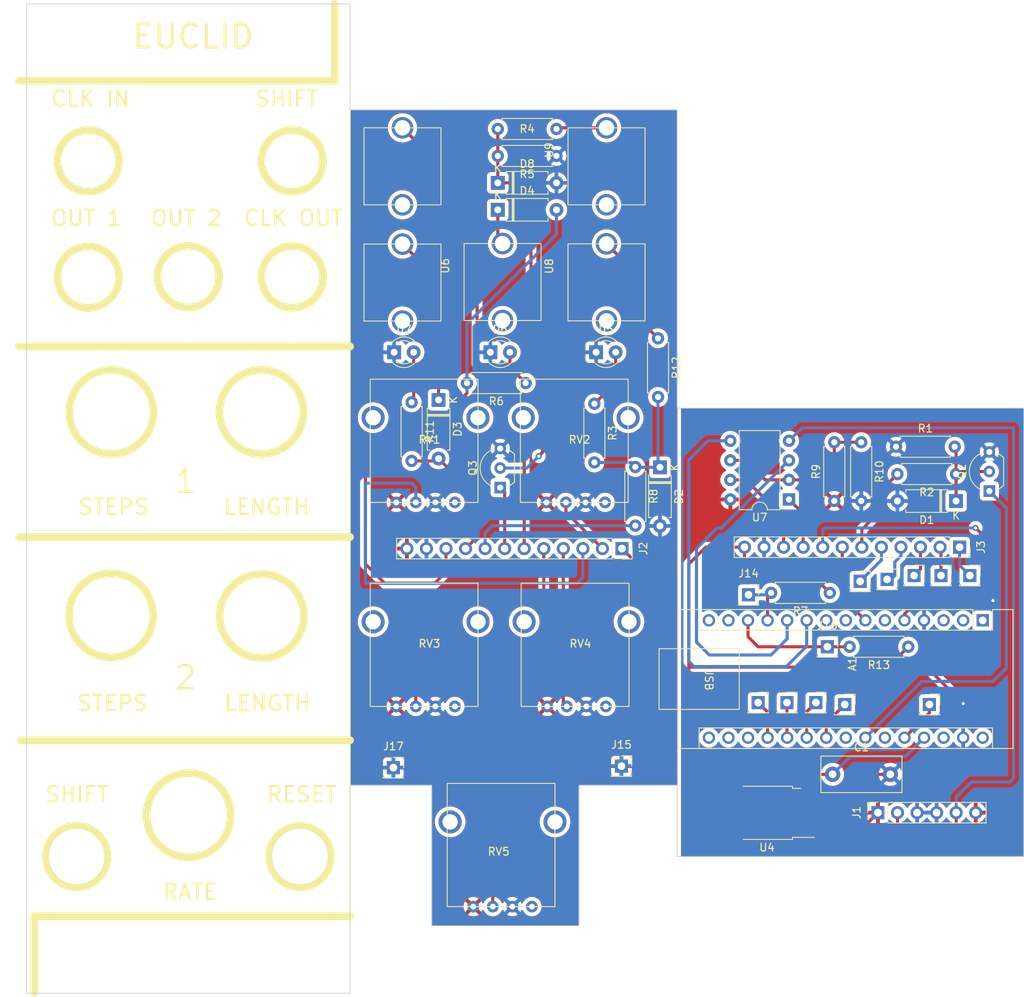
<source format=kicad_pcb>
(kicad_pcb (version 20221018) (generator pcbnew)
  (layers (0 "F.Cu" signal) (31 "B.Cu" signal) (34 "B.Paste" user) (35 "F.Paste" user) (36 "B.SilkS" user "B.Silkscreen") (37 "F.SilkS" user "F.Silkscreen") (38 "B.Mask" user) (39 "F.Mask" user) (44 "Edge.Cuts" user))
  (net 0 "")
  (net 4 "GND")
  (net 5 "CLKI")
  (net 6 "CLKO")
  (net 11 "L1")
  (net 12 "S1")
  (net 13 "L2")
  (net 14 "S2")
  (net 15 "CLKE")
  (net 18 "Net-(D1-K)")
  (net 19 "+12V")
  (net 20 "REF")
  (net 21 "+5V")
  (net 22 "Net-(D3-K)")
  (net 23 "O1")
  (net 24 "Net-(D4-K)")
  (net 25 "O2")
  (net 28 "Net-(D6-A)")
  (net 29 "Net-(D7-A)")
  (net 30 "Net-(D5-A)")
  (net 31 "Net-(D8-K)")
  (net 32 "Net-(R4-Pad2)")
  (net 33 "E1")
  (net 34 "-12V")
  (net 35 "E2")
  (net 36 "SHIFTIO")
  (net 39 "SHFT")
  (net 42 "Net-(D2-K)")
  (net 43 "Net-(R12-Pad1)")
  (net 44 "SHFT_BUTTON")
  (net 45 "RESET_BUTTON")
  (footprint "MountingHole:MountingHole_3.2mm_M3" (layer "F.Cu") (at 118.02 144.5 180)
    (fp_text reference "REF**" hide)
    (fp_text value "MountingHole_3.2mm_M3")
  )
  (footprint "LED_THT:LED_D3.0mm" (layer "F.Cu") (at 159.725 64.25)
    (fp_text reference "D7")
    (fp_text value "LED")
  )
  (footprint "LED_THT:LED_D3.0mm" (layer "F.Cu") (at 185.96 64.25)
    (fp_text reference "D5")
    (fp_text value "LED")
  )
  (footprint "Resistor_THT:R_Axial_DIN0207_L6.3mm_D2.5mm_P7.62mm_Horizontal" (layer "F.Cu") (at 226.5 102.5 180)
    (fp_text reference "R13")
    (fp_text value "10k")
  )
  (footprint "LED_THT:LED_D3.0mm" (layer "F.Cu") (at 172.225 64.25)
    (fp_text reference "D6")
    (fp_text value "LED")
  )
  (footprint "Library:3mm5 Mono Aux" (layer "F.Cu") (at 173.81 55.131351 90)
    (fp_text reference "U6")
    (fp_text value "Aux_flush")
  )
  (footprint "Resistor_THT:R_Axial_DIN0207_L6.3mm_D2.5mm_P7.62mm_Horizontal" (layer "F.Cu") (at 220.39 75.94 -90)
    (fp_text reference "R10")
    (fp_text value "R")
  )
  (footprint "Resistor_THT:R_Axial_DIN0207_L6.3mm_D2.5mm_P7.62mm_Horizontal" (layer "F.Cu") (at 162 70.75 -90)
    (fp_text reference "R11")
    (fp_text value "R")
  )
  (footprint "Connector_PinSocket_2.54mm:PinSocket_1x01_P2.54mm_Vertical" (layer "F.Cu") (at 220.25 94)
    (fp_text reference "J13" hide)
    (fp_text value "Conn_01x01_Pin")
  )
  (footprint "Resistor_THT:R_Axial_DIN0207_L6.3mm_D2.5mm_P7.62mm_Horizontal" (layer "F.Cu") (at 232.71 80.07 180)
    (fp_text reference "R2")
    (fp_text value "R")
  )
  (footprint "Resistor_THT:R_Axial_DIN0207_L6.3mm_D2.5mm_P7.62mm_Horizontal" (layer "F.Cu") (at 216.31 95.5 180)
    (fp_text reference "R7")
    (fp_text value "10k")
  )
  (footprint "MountingHole:MountingHole_6.4mm_M6" (layer "F.Cu") (at 147.5 129.75)
    (fp_text reference "REF**" hide)
    (fp_text value "MountingHole_6.4mm_M6")
  )
  (footprint "MountingHole:MountingHole_6.4mm_M6" (layer "F.Cu") (at 118.5 129.75)
    (fp_text reference "REF**" hide)
    (fp_text value "MountingHole_6.4mm_M6")
  )
  (footprint "Connector_PinSocket_2.54mm:PinSocket_1x01_P2.54mm_Vertical" (layer "F.Cu") (at 216 102.5)
    (fp_text reference "J16")
    (fp_text value "Conn_01x01_Pin")
  )
  (footprint "Diode_THT:D_A-405_P7.62mm_Horizontal" (layer "F.Cu") (at 165.5 70.44 -90)
    (fp_text reference "D3")
    (fp_text value "D")
  )
  (footprint "MountingHole:MountingHole_3.2mm_M3" (layer "F.Cu") (at 133 61)
    (fp_text reference "REF**" hide)
    (fp_text value "MountingHole_3.2mm_M3")
  )
  (footprint "clipboard:437833e9-5438-46f9-881f-a582d541feb4" (layer "F.Cu") (at 123 62.4875)
    (fp_text reference "")
    (fp_text value "")
  )
  (footprint "Diode_THT:D_A-405_P7.62mm_Horizontal" (layer "F.Cu") (at 173.19 45.75)
    (fp_text reference "D4")
    (fp_text value "D")
  )
  (footprint "Library:AlpsPot" (layer "F.Cu") (at 170 136.25)
    (fp_text reference "RV5")
    (fp_text value "R_Potentiometer")
  )
  (footprint "clipboard:437833e9-5438-46f9-881f-a582d541feb4" (layer "F.Cu") (at 133 114.9875)
    (fp_text reference "")
    (fp_text value "")
  )
  (footprint "Connector_PinSocket_2.54mm:PinSocket_1x01_P2.54mm_Vertical" (layer "F.Cu") (at 218.25 110)
    (fp_text reference "J10" hide)
    (fp_text value "Conn_01x01_Pin")
  )
  (footprint "Connector_PinSocket_2.54mm:PinSocket_1x01_P2.54mm_Vertical" (layer "F.Cu") (at 234.5 93.25)
    (fp_text reference "J9" hide)
    (fp_text value "Conn_01x01_Pin")
  )
  (footprint "Module:Arduino_Nano" (layer "F.Cu") (at 236.17 99.07 -90)
    (fp_text reference "A1")
    (fp_text value "Arduino_Nano_Every")
  )
  (footprint "Resistor_THT:R_Axial_DIN0207_L6.3mm_D2.5mm_P7.62mm_Horizontal" (layer "F.Cu") (at 194 62.44 -90)
    (fp_text reference "R12")
    (fp_text value "R")
  )
  (footprint "Resistor_THT:R_Axial_DIN0207_L6.3mm_D2.5mm_P7.62mm_Horizontal" (layer "F.Cu") (at 191.05 79.15 -90)
    (fp_text reference "R8")
    (fp_text value "R")
  )
  (footprint "MountingHole:MountingHole_6.4mm_M6" (layer "F.Cu") (at 133 54.430351)
    (fp_text reference "REF**" hide)
    (fp_text value "MountingHole_6.4mm_M6")
  )
  (footprint "MountingHole:MountingHole_6.4mm_M6" (layer "F.Cu") (at 146.5 54.469649)
    (fp_text reference "REF**" hide)
    (fp_text value "MountingHole_6.4mm_M6")
  )
  (footprint "MountingHole:MountingHole_3.2mm_M3" (layer "F.Cu") (at 120 61)
    (fp_text reference "REF**" hide)
    (fp_text value "MountingHole_3.2mm_M3")
  )
  (footprint "MountingHole:MountingHole_3.2mm_M3" (layer "F.Cu") (at 118.02 22)
    (fp_text reference "REF**" hide)
    (fp_text value "MountingHole_3.2mm_M3")
  )
  (footprint "Connector_PinSocket_2.54mm:PinSocket_1x01_P2.54mm_Vertical" (layer "F.Cu") (at 210.75 109.75)
    (fp_text reference "J12" hide)
    (fp_text value "Conn_01x01_Pin")
  )
  (footprint "Connector_PinSocket_2.54mm:PinSocket_1x01_P2.54mm_Vertical" (layer "F.Cu") (at 230.75 93.25)
    (fp_text reference "J6" hide)
    (fp_text value "Conn_01x01_Pin")
  )
  (footprint "MountingHole:MountingHole_3.2mm_M3" (layer "F.Cu") (at 146.5 61)
    (fp_text reference "REF**" hide)
    (fp_text value "MountingHole_3.2mm_M3")
  )
  (footprint "Resistor_THT:R_Axial_DIN0207_L6.3mm_D2.5mm_P7.62mm_Horizontal" (layer "F.Cu") (at 224.91 76.52)
    (fp_text reference "R1")
    (fp_text value "R")
  )
  (footprint "Package_TO_SOT_SMD:TO-252-3_TabPin2" (layer "F.Cu") (at 208.15 124.07 180)
    (fp_text reference "U4")
    (fp_text value "L7805")
  )
  (footprint "Connector_PinSocket_2.54mm:PinSocket_1x01_P2.54mm_Vertical" (layer "F.Cu") (at 223.75 93.75)
    (fp_text reference "J4" hide)
    (fp_text value "Conn_01x01_Pin")
  )
  (footprint "Library:3mm5 Mono Aux" (layer "F.Cu") (at 160.81 55.201 90)
    (fp_text reference "U5" hide)
    (fp_text value "Aux_flush")
  )
  (footprint "MountingHole:MountingHole_6.4mm_M6" (layer "F.Cu") (at 146.5 39.4)
    (fp_text reference "REF**" hide)
    (fp_text value "MountingHole_6.4mm_M6")
  )
  (footprint "Package_TO_SOT_THT:TO-92_Inline_Wide" (layer "F.Cu") (at 173.5 81.83 90)
    (fp_text reference "Q3")
    (fp_text value "BC547")
  )
  (footprint "Connector_PinSocket_2.54mm:PinSocket_1x01_P2.54mm_Vertical" (layer "F.Cu") (at 227.25 93.25)
    (fp_text reference "J5" hide)
    (fp_text value "Conn_01x01_Pin")
  )
  (footprint "MountingHole:MountingHole_6.4mm_M6" (layer "F.Cu") (at 120 39.4)
    (fp_text reference "REF**" hide)
    (fp_text value "MountingHole_6.4mm_M6")
  )
  (footprint "Library:AlpsPot" (layer "F.Cu") (at 179.5 83.75)
    (fp_text reference "RV2")
    (fp_text value "R_Potentiometer")
  )
  (footprint "Resistor_THT:R_Axial_DIN0207_L6.3mm_D2.5mm_P7.62mm_Horizontal" (layer "F.Cu") (at 173.19 35.25)
    (fp_text reference "R4")
    (fp_text value "R")
  )
  (footprint "Diode_THT:D_A-405_P7.62mm_Horizontal" (layer "F.Cu") (at 232.71 83.57 180)
    (fp_text reference "D1")
    (fp_text value "D")
  )
  (footprint "Connector_PinSocket_2.54mm:PinSocket_1x01_P2.54mm_Vertical" (layer "F.Cu") (at 229.25 110)
    (fp_text reference "J11" hide)
    (fp_text value "Conn_01x01_Pin")
  )
  (footprint "Diode_THT:D_A-405_P7.62mm_Horizontal" (layer "F.Cu") (at 173.19 42.25)
    (fp_text reference "D8")
    (fp_text value "D")
  )
  (footprint "MountingHole:MountingHole_3.2mm_M3" (layer "F.Cu") (at 148.5 22)
    (fp_text reference "REF**" hide)
    (fp_text value "MountingHole_3.2mm_M3")
  )
  (footprint "Library:AlpsPot" (layer "F.Cu") (at 179.61 110.25)
    (fp_text reference "RV4")
    (fp_text value "R_Potentiometer")
  )
  (footprint "Resistor_THT:R_Axial_DIN0207_L6.3mm_D2.5mm_P7.62mm_Horizontal" (layer "F.Cu") (at 185.735 70.94 -90)
    (fp_text reference "R3")
    (fp_text value "R")
  )
  (footprint "clipboard:437833e9-5438-46f9-881f-a582d541feb4" (layer "F.Cu") (at 123 88.975)
    (fp_text reference "")
    (fp_text value "")
  )
  (footprint "Package_TO_SOT_THT:TO-92_Inline_Wide" (layer "F.Cu") (at 237.03 82.28 90)
    (fp_text reference "Q1")
    (fp_text value "BC547")
  )
  (footprint "MountingHole:MountingHole_6.4mm_M6" (layer "F.Cu") (at 120 54.5)
    (fp_text reference "REF**" hide)
    (fp_text value "MountingHole_6.4mm_M6")
  )
  (footprint "Connector_PinSocket_2.54mm:PinSocket_1x12_P2.54mm_Vertical" (layer "F.Cu") (at 189.32 89.75 -90)
    (fp_text reference "J2")
    (fp_text value "Conn_01x12_Pin")
  )
  (footprint "Connector_PinSocket_2.54mm:PinSocket_1x01_P2.54mm_Vertical" (layer "F.Cu") (at 189.25 118)
    (fp_text reference "J15")
    (fp_text value "Conn_01x01_Pin")
  )
  (footprint "Connector_PinSocket_2.54mm:PinSocket_1x12_P2.54mm_Vertical" (layer "F.Cu") (at 233.17 89.57 -90)
    (fp_text reference "J3")
    (fp_text value "Conn_01x12_Pin")
  )
  (footprint "Connector_PinSocket_2.54mm:PinSocket_1x01_P2.54mm_Vertical" (layer "F.Cu") (at 214.5 109.75)
    (fp_text reference "J7" hide)
    (fp_text value "Conn_01x01_Pin")
  )
  (footprint "Package_DIP:DIP-8_W7.62mm" (layer "F.Cu") (at 211.01 83.37 180)
    (fp_text reference "U7")
    (fp_text value "TL072")
  )
  (footprint "Library:3mm5 Mono Aux" (layer "F.Cu") (at 187.31 40.101 90)
    (fp_text reference "U9")
    (fp_text value "Aux_flush")
  )
  (footprint "Connector_PinSocket_2.54mm:PinSocket_1x01_P2.54mm_Vertical" (layer "F.Cu") (at 207 109.75)
    (fp_text reference "J8" hide)
    (fp_text value "Conn_01x01_Pin")
  )
  (footprint "clipboard:437833e9-5438-46f9-881f-a582d541feb4" (layer "F.Cu") (at 142.5 62.5)
    (fp_text reference "")
    (fp_text value "")
  )
  (footprint "Library:3mm5 Mono Aux" (layer "F.Cu") (at 187.31 55.170649 90)
    (fp_text reference "U8")
    (fp_text value "Aux_flush")
  )
  (footprint "Resistor_THT:R_Axial_DIN0207_L6.3mm_D2.5mm_P7.62mm_Horizontal" (layer "F.Cu") (at 216.89 83.56 90)
    (fp_text reference "R9")
    (fp_text value "R")
  )
  (footprint "MountingHole:MountingHole_3.2mm_M3" (layer "F.Cu") (at 148.5 144.5 180)
    (fp_text reference "REF**" hide)
    (fp_text value "MountingHole_3.2mm_M3")
  )
  (footprint "Library:3mm5 Mono Aux" (layer "F.Cu") (at 160.81 40.101 90)
    (fp_text reference "U1" hide)
    (fp_text value "Aux_flush")
  )
  (footprint "Library:AlpsPot" (layer "F.Cu") (at 160 110.25)
    (fp_text reference "RV3")
    (fp_text value "R_Potentiometer")
  )
  (footprint "Diode_THT:D_A-405_P7.62mm_Horizontal" (layer "F.Cu") (at 194.25 79.19 -90)
    (fp_text reference "D2")
    (fp_text value "D")
  )
  (footprint "clipboard:437833e9-5438-46f9-881f-a582d541feb4" (layer "F.Cu") (at 142.5 88.9875)
    (fp_text reference "")
    (fp_text value "")
  )
  (footprint "Capacitor_THT:C_Rect_L10.3mm_W4.5mm_P7.50mm_MKS4" (layer "F.Cu") (at 216.67 119.07)
    (fp_text reference "C1")
    (fp_text value "C")
  )
  (footprint "Resistor_THT:R_Axial_DIN0207_L6.3mm_D2.5mm_P7.62mm_Horizontal" (layer "F.Cu") (at 176.81 68.25 180)
    (fp_text reference "R6")
    (fp_text value "R")
  )
  (footprint "Resistor_THT:R_Axial_DIN0207_L6.3mm_D2.5mm_P7.62mm_Horizontal" (layer "F.Cu") (at 180.81 38.75 180)
    (fp_text reference "R5")
    (fp_text value "R")
  )
  (footprint "Library:AlpsPot" (layer "F.Cu") (at 160 83.75)
    (fp_text reference "RV1")
    (fp_text value "R_Potentiometer")
  )
  (footprint "Connector_PinSocket_2.54mm:PinSocket_1x06_P2.54mm_Vertical" (layer "F.Cu") (at 222.565 124.045 90)
    (fp_text reference "J1")
    (fp_text value "Conn_01x06_Pin")
  )
  (footprint "Connector_PinSocket_2.54mm:PinSocket_1x01_P2.54mm_Vertical" (layer "F.Cu") (at 159.63 118.2)
    (fp_text reference "J17")
    (fp_text value "Conn_01x01_Pin")
  )
  (footprint "Connector_PinSocket_2.54mm:PinSocket_1x01_P2.54mm_Vertical" (layer "F.Cu") (at 205.75 95.75)
    (fp_text reference "J14")
    (fp_text value "Conn_01x01_Pin")
  )
  (gr_line (start 154 32.75) (end 154 138.75) (stroke (width 0.15)) (layer "F.SilkS"))
  (gr_line (start 152 29) (end 152 19) (stroke (width 1)) (layer "F.SilkS"))
  (gr_circle (center 123 72) (end 128.460082 72) (stroke (width 1)) (fill none) (layer "F.SilkS"))
  (gr_line (start 111 29) (end 152 29) (stroke (width 1)) (layer "F.SilkS"))
  (gr_circle (center 146.5 39.4) (end 150.5 39.4) (stroke (width 1)) (fill none) (layer "F.SilkS"))
  (gr_circle (center 133 54.430351) (end 137 54.430351) (stroke (width 1)) (fill none) (layer "F.SilkS"))
  (gr_line (start 154 137.5) (end 113 137.5) (stroke (width 1)) (layer "F.SilkS"))
  (gr_line (start 111 63.5) (end 154 63.5) (stroke (width 1)) (layer "F.SilkS"))
  (gr_circle (center 147.5 129.75) (end 151.5 129.75) (stroke (width 1)) (fill none) (layer "F.SilkS"))
  (gr_line (start 113 137.5) (end 113 147.5) (stroke (width 1)) (layer "F.SilkS"))
  (gr_circle (center 133.040349 124.375647) (end 138.500431 124.375647) (stroke (width 1)) (fill none) (layer "F.SilkS"))
  (gr_circle (center 142.5 72) (end 147.960082 72) (stroke (width 1)) (fill none) (layer "F.SilkS"))
  (gr_line (start 111.25 114.649) (end 154 114.649) (stroke (width 1)) (layer "F.SilkS"))
  (gr_circle (center 120 39.4) (end 124 39.4) (stroke (width 1)) (fill none) (layer "F.SilkS"))
  (gr_circle (center 122.96818 98.411732) (end 128.428262 98.411732) (stroke (width 1)) (fill none) (layer "F.SilkS"))
  (gr_circle (center 120 54.5) (end 124 54.5) (stroke (width 1)) (fill none) (layer "F.SilkS"))
  (gr_circle (center 118.5 129.75) (end 122.5 129.75) (stroke (width 1)) (fill none) (layer "F.SilkS"))
  (gr_circle (center 142.539918 98.5) (end 148 98.5) (stroke (width 1)) (fill none) (layer "F.SilkS"))
  (gr_circle (center 146.5 54.469649) (end 150.5 54.469649) (stroke (width 1)) (fill none) (layer "F.SilkS"))
  (gr_line (start 111 88.25) (end 154 88.25) (stroke (width 1)) (layer "F.SilkS"))
  (gr_line (start 164.6 120.5) (end 154 120.5) (stroke (width 0.1)) (layer "Edge.Cuts"))
  (gr_line (start 112 147.5) (end 112 19) (stroke (width 0.1)) (layer "Edge.Cuts"))
  (gr_line (start 154 120.5) (end 154 147.5) (stroke (width 0.1)) (layer "Edge.Cuts"))
  (gr_line (start 154 147.5) (end 112 147.5) (stroke (width 0.1)) (layer "Edge.Cuts"))
  (gr_line (start 154 19) (end 154 32.75) (stroke (width 0.1)) (layer "Edge.Cuts"))
  (gr_line (start 164.6 138.75) (end 164.6 120.5) (stroke (width 0.1)) (layer "Edge.Cuts"))
  (gr_line (start 112 19) (end 154 19) (stroke (width 0.1)) (layer "Edge.Cuts"))
  (gr_line (start 183.75 138.75) (end 164.6 138.75) (stroke (width 0.1)) (layer "Edge.Cuts"))
  (gr_line (start 183.75 120.5) (end 183.75 138.75) (stroke (width 0.1)) (layer "Edge.Cuts"))
  (gr_line (start 241.5 71.5) (end 241.5 129.75) (stroke (width 0.1)) (layer "Edge.Cuts"))
  (gr_line (start 196.5 32.75) (end 196.5 71.5) (stroke (width 0.1)) (layer "Edge.Cuts"))
  (gr_line (start 241.5 129.75) (end 196.5 129.75) (stroke (width 0.1)) (layer "Edge.Cuts"))
  (gr_line (start 154 32.75) (end 196.5 32.75) (stroke (width 0.1)) (layer "Edge.Cuts"))
  (gr_line (start 183.75 120.5) (end 196.5 120.5) (stroke (width 0.1)) (layer "Edge.Cuts"))
  (gr_line (start 196.5 120.5) (end 196.5 129.75) (stroke (width 0.1)) (layer "Edge.Cuts"))
  (gr_line (start 196.5 71.5) (end 241.5 71.5) (stroke (width 0.1)) (layer "Edge.Cuts"))
  (gr_text "SHIFT\n" (at 114.25 122.85) (layer "F.SilkS") (effects (font (size 2 2) (thickness 0.3) bold) (justify left bottom)))
  (gr_text "STEPS" (at 118.5 85.5) (layer "F.SilkS") (effects (font (size 2 2) (thickness 0.3) bold) (justify left bottom)))
  (gr_text "CLK IN" (at 115 32.5) (layer "F.SilkS") (effects (font (size 2 2) (thickness 0.3) bold) (justify left bottom)))
  (gr_text "STEPS" (at 118.38 111) (layer "F.SilkS") (effects (font (size 2 2) (thickness 0.3) bold) (justify left bottom)))
  (gr_text "OUT 1\n" (at 115 48) (layer "F.SilkS") (effects (font (size 2 2) (thickness 0.3) bold) (justify left bottom)))
  (gr_text "RATE" (at 129.5 135.5) (layer "F.SilkS") (effects (font (size 2 2) (thickness 0.3) bold) (justify left bottom)))
  (gr_text "2" (at 131 108.25) (layer "F.SilkS") (effects (font (size 3 3) (thickness 0.3) bold) (justify left bottom)))
  (gr_text "OUT 2\n" (at 128 48) (layer "F.SilkS") (effects (font (size 2 2) (thickness 0.3) bold) (justify left bottom)))
  (gr_text "CLK OUT\n" (at 140 48) (layer "F.SilkS") (effects (font (size 2 2) (thickness 0.3) bold) (justify left bottom)))
  (gr_text "EUCLID\n" (at 125.5 25) (layer "F.SilkS") (effects (font (size 3 3) (thickness 0.4) bold) (justify left bottom)))
  (gr_text "SHIFT\n" (at 141.5 32.5) (layer "F.SilkS") (effects (font (size 2 2) (thickness 0.3) bold) (justify left bottom)))
  (gr_text "RESET" (at 143 122.85) (layer "F.SilkS") (effects (font (size 2 2) (thickness 0.3) bold) (justify left bottom)))
  (gr_text "1" (at 131 82.75) (layer "F.SilkS") (effects (font (size 3 3) (thickness 0.3) bold) (justify left bottom)))
  (gr_text "LENGTH\n" (at 137.49 111) (layer "F.SilkS") (effects (font (size 2 2) (thickness 0.3) bold) (justify left bottom)))
  (gr_text "LENGTH\n" (at 137.38 85.5) (layer "F.SilkS") (effects (font (size 2 2) (thickness 0.3) bold) (justify left bottom)))
  (segment (start 206.89 124.07) (end 213.19 124.07) (width 0.4) (layer "F.Cu") (net 4))
  (segment (start 222.18 119.07) (end 224.17 119.07) (width 0.4) (layer "F.Cu") (net 4))
  (segment (start 228.55 97.2) (end 228.55 99.07) (width 0.4) (layer "F.Cu") (net 4))
  (segment (start 229.25 96.5) (end 228.55 97.2) (width 0.4) (layer "F.Cu") (net 4))
  (segment (start 237.5 96.5) (end 229.25 96.5) (width 0.4) (layer "F.Cu") (net 4))
  (segment (start 217.18 124.07) (end 222.18 119.07) (width 0.4) (layer "F.Cu") (net 4))
  (segment (start 213.19 124.07) (end 217.18 124.07) (width 0.4) (layer "F.Cu") (net 4))
  (segment (start 228.55 104.8) (end 228.55 99.07) (width 0.4) (layer "F.Cu") (net 4))
  (segment (start 233.63 109.88) (end 228.55 104.8) (width 0.4) (layer "F.Cu") (net 4))
  (via (at 237.5 96.5) (size 0.8) (drill 0.4) (layers "F.Cu" "B.Cu") (net 4))
  (via (at 233.63 109.88) (size 0.8) (drill 0.4) (layers "F.Cu" "B.Cu") (net 4))
  (segment (start 233.63 109.88) (end 233.63 114.31) (width 0.4) (layer "B.Cu") (net 4))
  (segment (start 208.23 114.31) (end 208.23 110.98) (width 0.4) (layer "F.Cu") (net 5))
  (segment (start 172.54 127.21) (end 185 114.75) (width 0.4) (layer "F.Cu") (net 5))
  (segment (start 172.54 136.25) (end 172.54 127.21) (width 0.4) (layer "F.Cu") (net 5))
  (segment (start 194 110.25) (end 194 94.43) (width 0.4) (layer "F.Cu") (net 5))
  (segment (start 208.23 110.98) (end 207 109.75) (width 0.4) (layer "F.Cu") (net 5))
  (segment (start 185 114.75) (end 189.5 114.75) (width 0.4) (layer "F.Cu") (net 5))
  (segment (start 194 94.43) (end 189.32 89.75) (width 0.4) (layer "F.Cu") (net 5))
  (segment (start 189.5 114.75) (end 194 110.25) (width 0.4) (layer "F.Cu") (net 5))
  (segment (start 233.17 91.92) (end 233.17 89.57) (width 0.4) (layer "B.Cu") (net 5))
  (segment (start 234.5 93.25) (end 233.17 91.92) (width 0.4) (layer "B.Cu") (net 5))
  (segment (start 228.75 95.5) (end 226.01 98.24) (width 0.4) (layer "F.Cu") (net 6))
  (segment (start 235.25 87.07) (end 237 88.82) (width 0.4) (layer "F.Cu") (net 6))
  (segment (start 237 95.5) (end 228.75 95.5) (width 0.4) (layer "F.Cu") (net 6))
  (segment (start 237 88.82) (end 237 95.5) (width 0.4) (layer "F.Cu") (net 6))
  (segment (start 226.01 98.24) (end 226.01 99.07) (width 0.4) (layer "F.Cu") (net 6))
  (via (at 235.25 87.07) (size 0.8) (drill 0.4) (layers "F.Cu" "B.Cu") (net 6))
  (segment (start 235.25 87.07) (end 215.67 87.07) (width 0.4) (layer "B.Cu") (net 6))
  (segment (start 215.39 87.35) (end 215.39 89.57) (width 0.4) (layer "B.Cu") (net 6))
  (segment (start 215.67 87.07) (end 215.39 87.35) (width 0.4) (layer "B.Cu") (net 6))
  (segment (start 172.48 86.77) (end 191.05 86.77) (width 0.4) (layer "B.Cu") (net 6))
  (segment (start 171.54 89.75) (end 171.54 87.71) (width 0.4) (layer "B.Cu") (net 6))
  (segment (start 171.54 87.71) (end 172.48 86.77) (width 0.4) (layer "B.Cu") (net 6))
  (segment (start 228.09 92.41) (end 227.25 93.25) (width 0.4) (layer "F.Cu") (net 11))
  (segment (start 229.25 111.07) (end 229.25 110) (width 0.4) (layer "F.Cu") (net 11))
  (segment (start 228.09 89.57) (end 228.09 92.41) (width 0.4) (layer "F.Cu") (net 11))
  (segment (start 226.01 114.31) (end 229.25 111.07) (width 0.4) (layer "F.Cu") (net 11))
  (segment (start 162.54 81.79) (end 162.54 83.75) (width 0.4) (layer "B.Cu") (net 11))
  (segment (start 156 94.25) (end 156 81.25) (width 0.4) (layer "B.Cu") (net 11))
  (segment (start 156 81.25) (end 162 81.25) (width 0.4) (layer "B.Cu") (net 11))
  (segment (start 183.5 94.25) (end 156 94.25) (width 0.4) (layer "B.Cu") (net 11))
  (segment (start 184.24 89.75) (end 184.24 93.51) (width 0.4) (layer "B.Cu") (net 11))
  (segment (start 184.24 93.51) (end 183.5 94.25) (width 0.4) (layer "B.Cu") (net 11))
  (segment (start 162 81.25) (end 162.54 81.79) (width 0.4) (layer "B.Cu") (net 11))
  (segment (start 215.85 114.31) (end 215.85 112.4) (width 0.4) (layer "F.Cu") (net 12))
  (segment (start 230.75 89.69) (end 230.63 89.57) (width 0.4) (layer "F.Cu") (net 12))
  (segment (start 215.85 112.4) (end 218.25 110) (width 0.4) (layer "F.Cu") (net 12))
  (segment (start 186.78 89.75) (end 182.04 85.01) (width 0.4) (layer "F.Cu") (net 12))
  (segment (start 230.75 93.25) (end 230.75 89.69) (width 0.4) (layer "F.Cu") (net 12))
  (segment (start 182.04 85.01) (end 182.04 83.75) (width 0.4) (layer "F.Cu") (net 12))
  (segment (start 213.31 114.31) (end 213.31 110.94) (width 0.4) (layer "F.Cu") (net 13))
  (segment (start 179 103.75) (end 179.16 103.59) (width 0.4) (layer "F.Cu") (net 13))
  (segment (start 162.54 107.71) (end 166.5 103.75) (width 0.4) (layer "F.Cu") (net 13))
  (segment (start 162.54 110.25) (end 162.54 107.71) (width 0.4) (layer "F.Cu") (net 13))
  (segment (start 213.31 110.94) (end 214.5 109.75) (width 0.4) (layer "F.Cu") (net 13))
  (segment (start 179.16 103.59) (end 179.16 89.75) (width 0.4) (layer "F.Cu") (net 13))
  (segment (start 166.5 103.75) (end 179 103.75) (width 0.4) (layer "F.Cu") (net 13))
  (segment (start 223.01 91.24) (end 220.25 94) (width 0.4) (layer "B.Cu") (net 13))
  (segment (start 223.01 89.57) (end 223.01 91.24) (width 0.4) (layer "B.Cu") (net 13))
  (segment (start 210.75 114.29) (end 210.77 114.31) (width 0.4) (layer "F.Cu") (net 14))
  (segment (start 210.75 109.75) (end 210.75 114.29) (width 0.4) (layer "F.Cu") (net 14))
  (segment (start 181.7 89.75) (end 181.7 109.8) (width 0.4) (layer "F.Cu") (net 14))
  (segment (start 181.7 109.8) (end 182.15 110.25) (width 0.4) (layer "F.Cu") (net 14))
  (segment (start 225.55 90.7) (end 225.55 89.57) (width 0.4) (layer "B.Cu") (net 14))
  (segment (start 224 94) (end 224.75 93.25) (width 0.4) (layer "B.Cu") (net 14))
  (segment (start 224.75 93.25) (end 224.75 91.5) (width 0.4) (layer "B.Cu") (net 14))
  (segment (start 224.75 91.5) (end 225.55 90.7) (width 0.4) (layer "B.Cu") (net 14))
  (segment (start 174.08 89.75) (end 174.08 82.41) (width 0.4) (layer "F.Cu") (net 15))
  (segment (start 217.93 96.07) (end 217.93 89.57) (width 0.4) (layer "F.Cu") (net 15))
  (segment (start 220.93 99.07) (end 217.93 96.07) (width 0.4) (layer "F.Cu") (net 15))
  (segment (start 174.08 82.41) (end 173.5 81.83) (width 0.4) (layer "F.Cu") (net 15))
  (segment (start 232.71 76.7) (end 232.53 76.52) (width 0.4) (layer "F.Cu") (net 18))
  (segment (start 233.04 79.74) (end 232.71 80.07) (width 0.4) (layer "F.Cu") (net 18))
  (segment (start 232.71 83.57) (end 232.71 76.7) (width 0.4) (layer "F.Cu") (net 18))
  (segment (start 237.1 79.74) (end 233.04 79.74) (width 0.4) (layer "F.Cu") (net 18))
  (segment (start 220.26 126.35) (end 222.565 124.045) (width 0.4) (layer "F.Cu") (net 19))
  (segment (start 222.565 122.175) (end 223.67 121.07) (width 0.4) (layer "F.Cu") (net 19))
  (segment (start 235.265 122.165) (end 235.265 124.045) (width 0.4) (layer "F.Cu") (net 19))
  (segment (start 222.565 124.045) (end 222.565 122.175) (width 0.4) (layer "F.Cu") (net 19))
  (segment (start 234.17 121.07) (end 235.265 122.165) (width 0.4) (layer "F.Cu") (net 19))
  (segment (start 213.19 126.35) (end 220.26 126.35) (width 0.4) (layer "F.Cu") (net 19))
  (segment (start 223.67 121.07) (end 234.17 121.07) (width 0.4) (layer "F.Cu") (net 19))
  (segment (start 205.39 78.29) (end 207.93 80.83) (width 0.4) (layer "F.Cu") (net 20))
  (segment (start 216.89 78.85) (end 216.89 75.94) (width 0.4) (layer "F.Cu") (net 20))
  (segment (start 220.39 75.94) (end 216.89 75.94) (width 0.4) (layer "F.Cu") (net 20))
  (segment (start 214.91 80.83) (end 216.89 78.85) (width 0.4) (layer "F.Cu") (net 20))
  (segment (start 211.01 80.83) (end 214.91 80.83) (width 0.4) (layer "F.Cu") (net 20))
  (segment (start 207.93 80.83) (end 211.01 80.83) (width 0.4) (layer "F.Cu") (net 20))
  (segment (start 203.39 78.29) (end 205.39 78.29) (width 0.4) (layer "F.Cu") (net 20))
  (segment (start 216.67 119.07) (end 198.68 119.07) (width 0.4) (layer "F.Cu") (net 21))
  (segment (start 200.18 89.57) (end 198 91.75) (width 0.4) (layer "F.Cu") (net 21))
  (segment (start 198 105.15) (end 223.85 105.15) (width 0.4) (layer "F.Cu") (net 21))
  (segment (start 205.23 89.57) (end 200.18 89.57) (width 0.4) (layer "F.Cu") (net 21))
  (segment (start 223.85 105.15) (end 226.5 102.5) (width 0.4) (layer "F.Cu") (net 21))
  (segment (start 205.23 89.57) (end 205.23 91.03) (width 0.4) (layer "F.Cu") (net 21))
  (segment (start 207.35 93.15) (end 213.2 93.15) (width 0.4) (layer "F.Cu") (net 21))
  (segment (start 205.23 91.03) (end 207.35 93.15) (width 0.4) (layer "F.Cu") (net 21))
  (segment (start 198 118.39) (end 198.68 119.07) (width 0.4) (layer "F.Cu") (net 21))
  (segment (start 213.19 121.79) (end 213.19 119.26) (width 0.4) (layer "F.Cu") (net 21))
  (segment (start 198 105.15) (end 198 118.39) (width 0.4) (layer "F.Cu") (net 21))
  (segment (start 216.31 95.5) (end 213.96 93.15) (width 0.4) (layer "F.Cu") (net 21))
  (segment (start 213.96 93.15) (end 213.2 93.15) (width 0.4) (layer "F.Cu") (net 21))
  (segment (start 198 91.75) (end 198 105.15) (width 0.4) (layer "F.Cu") (net 21))
  (segment (start 226.11 116.75) (end 228.55 114.31) (width 0.4) (layer "B.Cu") (net 21))
  (segment (start 216.67 119.07) (end 218.99 116.75) (width 0.4) (layer "B.Cu") (net 21))
  (segment (start 218.99 116.75) (end 226.11 116.75) (width 0.4) (layer "B.Cu") (net 21))
  (segment (start 165.5 70.44) (end 165.5 54.891) (width 0.4) (layer "F.Cu") (net 22))
  (segment (start 165.5 54.891) (end 160.81 50.201) (width 0.4) (layer "F.Cu") (net 22))
  (segment (start 170 82.56) (end 165.5 78.06) (width 0.4) (layer "F.Cu") (net 23))
  (segment (start 165.19 78.37) (end 165.5 78.06) (width 0.4) (layer "F.Cu") (net 23))
  (segment (start 212.85 89.57) (end 212.85 85.21) (width 0.4) (layer "F.Cu") (net 23))
  (segment (start 212.85 85.21) (end 211.01 83.37) (width 0.4) (layer "F.Cu") (net 23))
  (segment (start 169 89.75) (end 170 88.75) (width 0.4) (layer "F.Cu") (net 23))
  (segment (start 170 88.75) (end 170 82.56) (width 0.4) (layer "F.Cu") (net 23))
  (segment (start 162 78.37) (end 165.19 78.37) (width 0.4) (layer "F.Cu") (net 23))
  (segment (start 173.19 49.511351) (end 173.81 50.131351) (width 0.4) (layer "F.Cu") (net 24))
  (segment (start 173.19 45.75) (end 173.19 49.511351) (width 0.4) (layer "F.Cu") (net 24))
  (segment (start 205.43 80.83) (end 210.31 85.71) (width 0.4) (layer "F.Cu") (net 25))
  (segment (start 164.5 74.25) (end 169.19 69.56) (width 0.4) (layer "F.Cu") (net 25))
  (segment (start 210.31 85.71) (end 210.31 89.57) (width 0.4) (layer "F.Cu") (net 25))
  (segment (start 165 94.25) (end 158.5 94.25) (width 0.4) (layer "F.Cu") (net 25))
  (segment (start 161.5 74.25) (end 164.5 74.25) (width 0.4) (layer "F.Cu") (net 25))
  (segment (start 203.39 80.83) (end 205.43 80.83) (width 0.4) (layer "F.Cu") (net 25))
  (segment (start 166.46 92.79) (end 165 94.25) (width 0.4) (layer "F.Cu") (net 25))
  (segment (start 156 79.75) (end 161.5 74.25) (width 0.4) (layer "F.Cu") (net 25))
  (segment (start 166.46 89.75) (end 166.46 92.79) (width 0.4) (layer "F.Cu") (net 25))
  (segment (start 169.19 69.56) (end 169.19 68.25) (width 0.4) (layer "F.Cu") (net 25))
  (segment (start 158.5 94.25) (end 156 91.75) (width 0.4) (layer "F.Cu") (net 25))
  (segment (start 156 91.75) (end 156 79.75) (width 0.4) (layer "F.Cu") (net 25))
  (segment (start 169.19 69.25) (end 169.19 60.56) (width 0.4) (layer "B.Cu") (net 25))
  (segment (start 169.19 60.56) (end 180.81 48.94) (width 0.4) (layer "B.Cu") (net 25))
  (segment (start 180.81 48.94) (end 180.81 45.75) (width 0.4) (layer "B.Cu") (net 25))
  (segment (start 174.765 66.205) (end 176.81 68.25) (width 0.4) (layer "F.Cu") (net 28))
  (segment (start 174.765 64.25) (end 174.765 66.205) (width 0.4) (layer "F.Cu") (net 28))
  (segment (start 162.265 64.25) (end 162.265 70.485) (width 0.4) (layer "F.Cu") (net 29))
  (segment (start 162.265 70.485) (end 162 70.75) (width 0.4) (layer "F.Cu") (net 29))
  (segment (start 188.5 68.175) (end 185.735 70.94) (width 0.4) (layer "F.Cu") (net 30))
  (segment (start 188.5 64.25) (end 188.5 68.175) (width 0.4) (layer "F.Cu") (net 30))
  (segment (start 179 67.75) (end 179 77.25) (width 0.4) (layer "F.Cu") (net 31))
  (segment (start 173.19 42.25) (end 175.5 42.25) (width 0.4) (layer "F.Cu") (net 31))
  (segment (start 177.5 66.25) (end 179 67.75) (width 0.4) (layer "F.Cu") (net 31))
  (segment (start 173.19 35.25) (end 173.19 42.25) (width 0.4) (layer "F.Cu") (net 31))
  (segment (start 177.5 44.25) (end 177.5 66.25) (width 0.4) (layer "F.Cu") (net 31))
  (segment (start 175.5 42.25) (end 177.5 44.25) (width 0.4) (layer "F.Cu") (net 31))
  (segment (start 179 77.25) (end 178.5 77.75) (width 0.4) (layer "F.Cu") (net 31))
  (via (at 178.5 77.75) (size 0.8) (drill 0.4) (layers "F.Cu" "B.Cu") (net 31))
  (segment (start 176.96 79.29) (end 178.5 77.75) (width 0.4) (layer "B.Cu") (net 31))
  (segment (start 173.5 79.29) (end 176.96 79.29) (width 0.4) (layer "B.Cu") (net 31))
  (segment (start 187.31 35.101) (end 180.959 35.101) (width 0.4) (layer "F.Cu") (net 32))
  (segment (start 180.959 35.101) (end 180.81 35.25) (width 0.4) (layer "F.Cu") (net 32))
  (segment (start 200.67 103.57) (end 199 101.9) (width 0.4) (layer "B.Cu") (net 33))
  (segment (start 201.67 87.07) (end 202.23 87.07) (width 0.4) (layer "B.Cu") (net 33))
  (segment (start 199 89.74) (end 201.67 87.07) (width 0.4) (layer "B.Cu") (net 33))
  (segment (start 210.77 99.07) (end 210.77 101.47) (width 0.4) (layer "B.Cu") (net 33))
  (segment (start 202.23 87.07) (end 211.01 78.29) (width 0.4) (layer "B.Cu") (net 33))
  (segment (start 199 101.9) (end 199 89.74) (width 0.4) (layer "B.Cu") (net 33))
  (segment (start 210.77 101.47) (end 208.67 103.57) (width 0.4) (layer "B.Cu") (net 33))
  (segment (start 208.67 103.57) (end 200.67 103.57) (width 0.4) (layer "B.Cu") (net 33))
  (segment (start 232.725 126.515) (end 231.67 127.57) (width 0.4) (layer "F.Cu") (net 34))
  (segment (start 225.105 126.505) (end 225.105 124.045) (width 0.4) (layer "F.Cu") (net 34))
  (segment (start 232.725 124.045) (end 232.725 126.515) (width 0.4) (layer "F.Cu") (net 34))
  (segment (start 226.17 127.57) (end 225.105 126.505) (width 0.4) (layer "F.Cu") (net 34))
  (segment (start 231.67 127.57) (end 226.17 127.57) (width 0.4) (layer "F.Cu") (net 34))
  (segment (start 239.67 120.07) (end 240.17 119.57) (width 0.4) (layer "B.Cu") (net 34))
  (segment (start 240.17 119.57) (end 240.17 74.07) (width 0.4) (layer "B.Cu") (net 34))
  (segment (start 232.725 122.015) (end 234.67 120.07) (width 0.4) (layer "B.Cu") (net 34))
  (segment (start 234.67 120.07) (end 239.67 120.07) (width 0.4) (layer "B.Cu") (net 34))
  (segment (start 212.69 74.07) (end 211.01 75.75) (width 0.4) (layer "B.Cu") (net 34))
  (segment (start 240.17 74.07) (end 212.69 74.07) (width 0.4) (layer "B.Cu") (net 34))
  (segment (start 232.725 124.045) (end 232.725 122.015) (width 0.4) (layer "B.Cu") (net 34))
  (segment (start 200.49 75.75) (end 198 78.24) (width 0.4) (layer "B.Cu") (net 35))
  (segment (start 198 78.24) (end 198 104.4) (width 0.4) (layer "B.Cu") (net 35))
  (segment (start 198 104.4) (end 198.67 105.07) (width 0.4) (layer "B.Cu") (net 35))
  (segment (start 203.39 75.75) (end 200.49 75.75) (width 0.4) (layer "B.Cu") (net 35))
  (segment (start 198.67 105.07) (end 210.67 105.07) (width 0.4) (layer "B.Cu") (net 35))
  (segment (start 210.67 105.07) (end 213.31 102.43) (width 0.4) (layer "B.Cu") (net 35))
  (segment (start 213.31 102.43) (end 213.31 99.07) (width 0.4) (layer "B.Cu") (net 35))
  (segment (start 170.5 44.791) (end 160.81 35.101) (width 0.4) (layer "F.Cu") (net 36))
  (segment (start 222.67 85.07) (end 222.67 82.49) (width 0.4) (layer "F.Cu") (net 36))
  (segment (start 173.5 74.25) (end 173.5 68.75) (width 0.4) (layer "F.Cu") (net 36))
  (segment (start 220.47 89.57) (end 220.47 87.27) (width 0.4) (layer "F.Cu") (net 36))
  (segment (start 176.62 77.37) (end 173.5 74.25) (width 0.4) (layer "F.Cu") (net 36))
  (segment (start 176.62 89.75) (end 176.62 77.37) (width 0.4) (layer "F.Cu") (net 36))
  (segment (start 222.67 82.49) (end 225.09 80.07) (width 0.4) (layer "F.Cu") (net 36))
  (segment (start 170.5 65.75) (end 170.5 44.791) (width 0.4) (layer "F.Cu") (net 36))
  (segment (start 173.5 68.75) (end 170.5 65.75) (width 0.4) (layer "F.Cu") (net 36))
  (segment (start 220.47 87.27) (end 222.67 85.07) (width 0.4) (layer "F.Cu") (net 36))
  (segment (start 237.5 107) (end 239.25 105.25) (width 0.4) (layer "B.Cu") (net 39))
  (segment (start 228.24 107) (end 237.5 107) (width 0.4) (layer "B.Cu") (net 39))
  (segment (start 239.25 105.25) (end 239.25 84.5) (width 0.4) (layer "B.Cu") (net 39))
  (segment (start 239.25 84.5) (end 237.03 82.28) (width 0.4) (layer "B.Cu") (net 39))
  (segment (start 220.93 114.31) (end 228.24 107) (width 0.4) (layer "B.Cu") (net 39))
  (segment (start 191.09 79.19) (end 191.05 79.15) (width 0.4) (layer "B.Cu") (net 42))
  (segment (start 190.46 78.56) (end 191.05 79.15) (width 0.4) (layer "B.Cu") (net 42))
  (segment (start 194.25 79.19) (end 191.09 79.19) (width 0.4) (layer "B.Cu") (net 42))
  (segment (start 194 78.94) (end 194.25 79.19) (width 0.4) (layer "B.Cu") (net 42))
  (segment (start 194 70.06) (end 194 78.94) (width 0.4) (layer "B.Cu") (net 42))
  (segment (start 185.735 78.56) (end 190.46 78.56) (width 0.4) (layer "B.Cu") (net 42))
  (segment (start 192.5 60.94) (end 192.5 55.360649) (width 0.4) (layer "F.Cu") (net 43))
  (segment (start 192.5 55.360649) (end 187.31 50.170649) (width 0.4) (layer "F.Cu") (net 43))
  (segment (start 194 62.44) (end 192.5 60.94) (width 0.4) (layer "F.Cu") (net 43))
  (segment (start 208.23 99.07) (end 208.23 95.96) (width 0.4) (layer "F.Cu") (net 44))
  (segment (start 208.23 95.96) (end 208.69 95.5) (width 0.4) (layer "F.Cu") (net 44))
  (segment (start 208.44 95.75) (end 208.69 95.5) (width 0.4) (layer "B.Cu") (net 44))
  (segment (start 208.17 99.01) (end 208.23 99.07) (width 0.4) (layer "B.Cu") (net 44))
  (segment (start 205.75 95.75) (end 208.44 95.75) (width 0.4) (layer "B.Cu") (net 44))
  (segment (start 205.69 101.19) (end 207 102.5) (width 0.4) (layer "F.Cu") (net 45))
  (segment (start 205.69 99.07) (end 205.69 101.19) (width 0.4) (layer "F.Cu") (net 45))
  (segment (start 218.88 102.5) (end 216 102.5) (width 0.4) (layer "F.Cu") (net 45))
  (segment (start 207 102.5) (end 216 102.5) (width 0.4) (layer "F.Cu") (net 45))
  (segment (start 205.75 99.01) (end 205.69 99.07) (width 0.4) (layer "F.Cu") (net 45))
  (zone (net 21) (net_name "+5V") (layer "F.Cu") (connect_pads (clearance 0.5)) (min_thickness 0.25) (fill yes (thermal_gap 0.5) (thermal_bridge_width 0.5))
    (polygon (pts (xy 196.5 32.75) (xy 196.5 138.75) (xy 154 138.75) (xy 154 32.75)))
  )
  (zone (net 19) (net_name "+12V") (layer "F.Cu") (priority 1) (connect_pads (clearance 0.5)) (min_thickness 0.25) (fill yes (thermal_gap 0.5) (thermal_bridge_width 0.5))
    (polygon (pts (xy 197 71.25) (xy 241.5 71.25) (xy 241.5 129.75) (xy 197 129.75)))
  )
  (zone (net 4) (net_name "GND") (layer "B.Cu") (priority 1) (connect_pads (clearance 0.5)) (min_thickness 0.25) (fill yes (thermal_gap 0.5) (thermal_bridge_width 0.5))
    (polygon (pts (xy 197 71.25) (xy 241.5 71.25) (xy 241.5 129.75) (xy 197 129.75)))
  )
  (zone (net 4) (net_name "GND") (layer "B.Cu") (connect_pads (clearance 0.5)) (min_thickness 0.25) (fill yes (thermal_gap 0.5) (thermal_bridge_width 0.5))
    (polygon (pts (xy 196.5 32.75) (xy 196.5 138.75) (xy 154 138.75) (xy 154 32.75)))
  )
)
</source>
